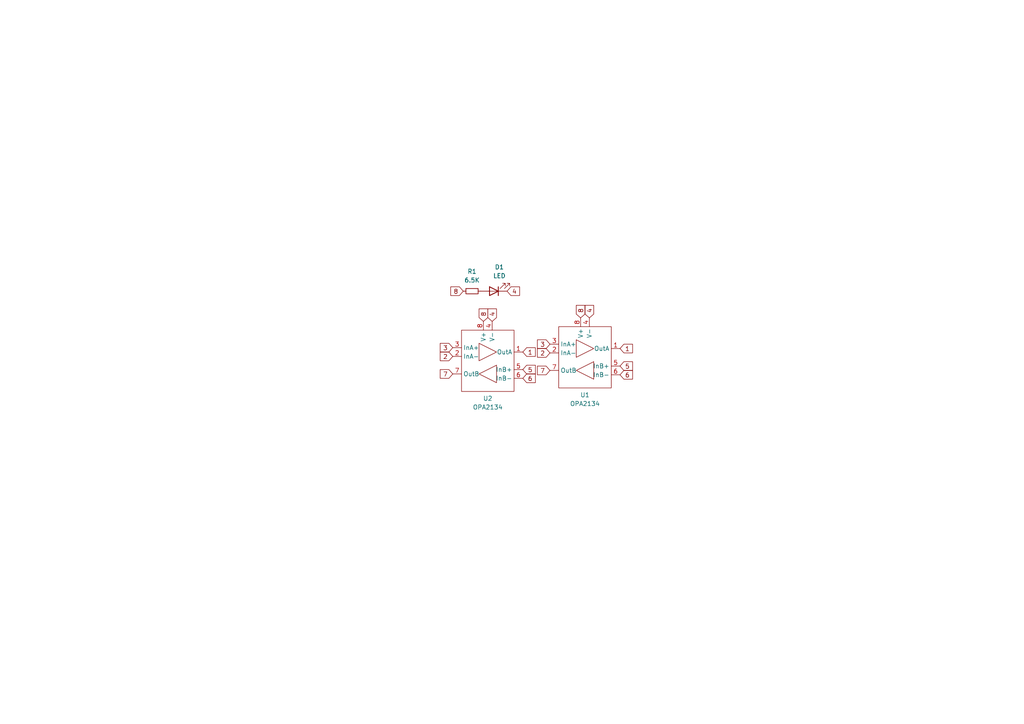
<source format=kicad_sch>
(kicad_sch (version 20230121) (generator eeschema)
  (paper "A4")
  (lib_symbols
    (symbol "Amplifier_Audio:OPA2134"
      (property "Reference" "U" (at 0 -2.54 0))
      (property "Value" "OPA2134" (at 0 0 0))
      (symbol "OPA2134_0_1"
        (rectangle (start -7.62 16.51) (end 7.62 -1.27))
        (polyline (pts (xy -2.54 12.7) (xy -2.54 7.62) (xy 2.54 10.16) (xy -2.54 12.7)))
        (polyline (pts (xy 2.54 6.35) (xy 2.54 1.27) (xy -2.54 3.81) (xy 2.54 6.35)))
      )
      (symbol "OPA2134_1_1"
        (pin output line (at 10.16 10.16 180) (length 2.54) (name "OutA") (number "1"))
        (pin input line (at -10.16 8.89 0) (length 2.54) (name "InA-") (number "2"))
        (pin input line (at -10.16 11.43 0) (length 2.54) (name "InA+") (number "3"))
        (pin input line (at 1.27 19.05 270) (length 2.54) (name "V-") (number "4"))
        (pin input line (at 10.16 5.08 180) (length 2.54) (name "InB+") (number "5"))
        (pin input line (at 10.16 2.54 180) (length 2.54) (name "InB-") (number "6"))
        (pin output line (at -10.16 3.81 0) (length 2.54) (name "OutB") (number "7"))
        (pin input line (at -1.27 19.05 270) (length 2.54) (name "V+") (number "8"))
      )
    )
    (symbol "Device:LED" (pin_numbers hide) (pin_names (offset 1.016) hide)
      (property "Reference" "D" (at 0 2.54 0))
      (property "Value" "LED" (at 0 -2.54 0))
      (symbol "LED_0_1"
        (polyline (pts (xy -1.27 -1.27) (xy -1.27 1.27)) (stroke (width 0.254)))
        (polyline (pts (xy -1.27 0) (xy 1.27 0)))
        (polyline (pts (xy 1.27 -1.27) (xy 1.27 1.27) (xy -1.27 0) (xy 1.27 -1.27)) (stroke (width 0.254)))
        (polyline (pts (xy -3.048 -0.762) (xy -4.572 -2.286) (xy -3.81 -2.286) (xy -4.572 -2.286) (xy -4.572 -1.524)))
        (polyline (pts (xy -1.778 -0.762) (xy -3.302 -2.286) (xy -2.54 -2.286) (xy -3.302 -2.286) (xy -3.302 -1.524)))
      )
      (symbol "LED_1_1"
        (pin passive line (at -3.81 0 0) (length 2.54) (name "K") (number "1"))
        (pin passive line (at 3.81 0 180) (length 2.54) (name "A") (number "2"))
      )
    )
    (symbol "Device:R_Small" (pin_numbers hide) (pin_names (offset 0.254) hide)
      (property "Reference" "R" (at 0.762 0.508 0))
      (property "Value" "R_Small" (at 0.762 -1.016 0))
      (symbol "R_Small_0_1"
        (rectangle (start -0.762 1.778) (end 0.762 -1.778) (stroke (width 0.2032)))
      )
      (symbol "R_Small_1_1"
        (pin passive line (at 0 2.54 270) (length 0.762) (name "~") (number "1"))
        (pin passive line (at 0 -2.54 90) (length 0.762) (name "~") (number "2"))
      )
    )
  )
  (global_label "2" (shape input) (at 131.318 103.378 180) (property "Intersheetrefs" "${INTERSHEET_REFS}" (effects hide)))
  (global_label "8" (shape input) (at 140.208 93.218 90) (property "Intersheetrefs" "${INTERSHEET_REFS}" (effects hide)))
  (global_label "3" (shape input) (at 131.318 100.838 180) (property "Intersheetrefs" "${INTERSHEET_REFS}" (effects hide)))
  (global_label "5" (shape input) (at 179.832 106.172 0) (property "Intersheetrefs" "${INTERSHEET_REFS}" (effects hide)))
  (global_label "7" (shape input) (at 159.512 107.442 180) (property "Intersheetrefs" "${INTERSHEET_REFS}" (effects hide)))
  (global_label "3" (shape input) (at 159.512 99.822 180) (property "Intersheetrefs" "${INTERSHEET_REFS}" (effects hide)))
  (global_label "8" (shape input) (at 168.402 92.202 90) (property "Intersheetrefs" "${INTERSHEET_REFS}" (effects hide)))
  (global_label "5" (shape input) (at 151.638 107.188 0) (property "Intersheetrefs" "${INTERSHEET_REFS}" (effects hide)))
  (global_label "2" (shape input) (at 159.512 102.362 180) (property "Intersheetrefs" "${INTERSHEET_REFS}" (effects hide)))
  (global_label "4" (shape input) (at 142.748 93.218 90) (property "Intersheetrefs" "${INTERSHEET_REFS}" (effects hide)))
  (global_label "1" (shape input) (at 151.638 102.108 0) (property "Intersheetrefs" "${INTERSHEET_REFS}" (effects hide)))
  (global_label "4" (shape input) (at 147.066 84.455 0) (property "Intersheetrefs" "${INTERSHEET_REFS}" (effects hide)))
  (global_label "7" (shape input) (at 131.318 108.458 180) (property "Intersheetrefs" "${INTERSHEET_REFS}" (effects hide)))
  (global_label "1" (shape input) (at 179.832 101.092 0) (property "Intersheetrefs" "${INTERSHEET_REFS}" (effects hide)))
  (global_label "4" (shape input) (at 170.942 92.202 90) (property "Intersheetrefs" "${INTERSHEET_REFS}" (effects hide)))
  (global_label "6" (shape input) (at 151.638 109.728 0) (property "Intersheetrefs" "${INTERSHEET_REFS}" (effects hide)))
  (global_label "8" (shape input) (at 134.366 84.455 180) (property "Intersheetrefs" "${INTERSHEET_REFS}" (effects hide)))
  (global_label "6" (shape input) (at 179.832 108.712 0) (property "Intersheetrefs" "${INTERSHEET_REFS}" (effects hide)))
  (symbol (lib_id "Amplifier_Audio:OPA2134") (at 141.478 112.268 0) (unit 1)
    (property "Reference" "U2" (at 141.478 115.57 0))
    (property "Value" "OPA2134" (at 141.478 118.11 0))
    (property "Footprint" "Package_SO:SOIC-8_3.9x4.9mm_P1.27mm" (effects hide))
  )
  (symbol (lib_id "Device:R_Small") (at 136.906 84.455 90) (unit 1)
    (property "Reference" "R1" (at 136.906 78.74 90))
    (property "Value" "6.5K" (at 136.906 81.28 90))
    (property "Footprint" "Resistor_SMD:R_0805_2012Metric_Pad1.20x1.40mm_HandSolder" (effects hide))
  )
  (symbol (lib_id "Device:LED") (at 143.256 84.455 180) (unit 1)
    (property "Reference" "D1" (at 144.8435 77.47 0))
    (property "Value" "LED" (at 144.8435 80.01 0))
    (property "Footprint" "LED_SMD:LED_0805_2012Metric_Pad1.15x1.40mm_HandSolder" (effects hide))
  )
  (symbol (lib_id "Amplifier_Audio:OPA2134") (at 169.672 111.252 0) (unit 1)
    (property "Reference" "U1" (at 169.672 114.554 0))
    (property "Value" "OPA2134" (at 169.672 117.094 0))
    (property "Footprint" "Package_DIP:DIP-8_W7.62mm_Socket" (effects hide))
  )
)
</source>
